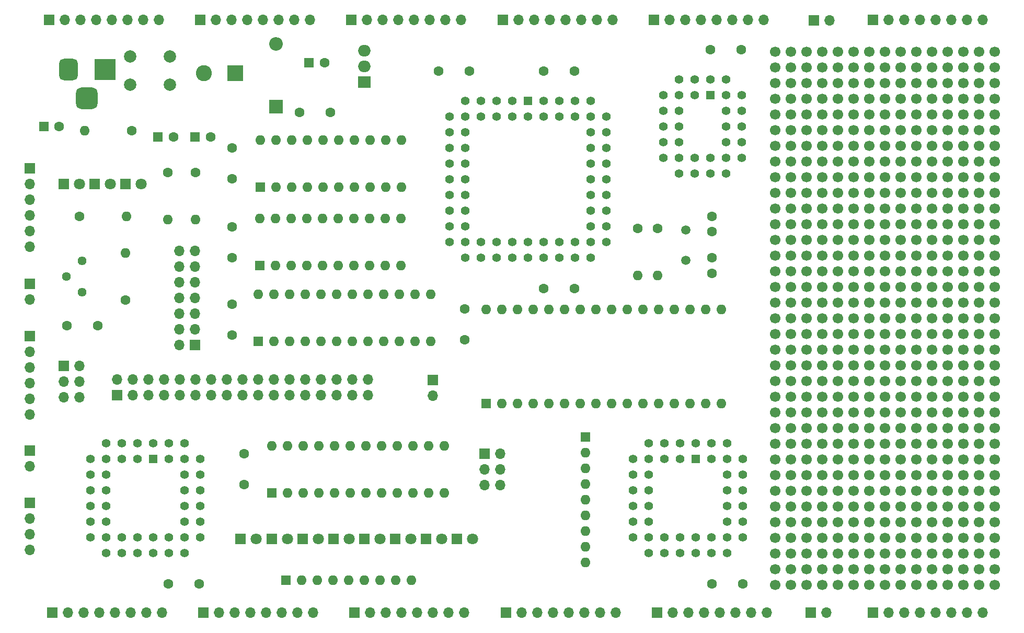
<source format=gbr>
%TF.GenerationSoftware,KiCad,Pcbnew,(6.0.11)*%
%TF.CreationDate,2023-10-14T12:13:18-04:00*%
%TF.ProjectId,SAB80535-Dev-Board,53414238-3035-4333-952d-4465762d426f,rev?*%
%TF.SameCoordinates,Original*%
%TF.FileFunction,Soldermask,Bot*%
%TF.FilePolarity,Negative*%
%FSLAX46Y46*%
G04 Gerber Fmt 4.6, Leading zero omitted, Abs format (unit mm)*
G04 Created by KiCad (PCBNEW (6.0.11)) date 2023-10-14 12:13:18*
%MOMM*%
%LPD*%
G01*
G04 APERTURE LIST*
G04 Aperture macros list*
%AMRoundRect*
0 Rectangle with rounded corners*
0 $1 Rounding radius*
0 $2 $3 $4 $5 $6 $7 $8 $9 X,Y pos of 4 corners*
0 Add a 4 corners polygon primitive as box body*
4,1,4,$2,$3,$4,$5,$6,$7,$8,$9,$2,$3,0*
0 Add four circle primitives for the rounded corners*
1,1,$1+$1,$2,$3*
1,1,$1+$1,$4,$5*
1,1,$1+$1,$6,$7*
1,1,$1+$1,$8,$9*
0 Add four rect primitives between the rounded corners*
20,1,$1+$1,$2,$3,$4,$5,0*
20,1,$1+$1,$4,$5,$6,$7,0*
20,1,$1+$1,$6,$7,$8,$9,0*
20,1,$1+$1,$8,$9,$2,$3,0*%
G04 Aperture macros list end*
%ADD10C,1.600000*%
%ADD11R,1.700000X1.700000*%
%ADD12O,1.700000X1.700000*%
%ADD13R,1.422400X1.422400*%
%ADD14C,1.422400*%
%ADD15R,1.800000X1.800000*%
%ADD16C,1.800000*%
%ADD17R,1.600000X1.600000*%
%ADD18O,1.600000X1.600000*%
%ADD19C,1.700000*%
%ADD20R,2.000000X1.905000*%
%ADD21O,2.000000X1.905000*%
%ADD22R,3.500000X3.500000*%
%ADD23RoundRect,0.750000X-0.750000X-1.000000X0.750000X-1.000000X0.750000X1.000000X-0.750000X1.000000X0*%
%ADD24RoundRect,0.875000X-0.875000X-0.875000X0.875000X-0.875000X0.875000X0.875000X-0.875000X0.875000X0*%
%ADD25C,2.000000*%
%ADD26C,1.440000*%
%ADD27C,1.500000*%
%ADD28R,2.200000X2.200000*%
%ADD29O,2.200000X2.200000*%
%ADD30R,2.600000X2.600000*%
%ADD31C,2.600000*%
G04 APERTURE END LIST*
D10*
%TO.C,C3*%
X162500000Y-90500000D03*
X162500000Y-93000000D03*
%TD*%
D11*
%TO.C,J16*%
X52000000Y-75960000D03*
D12*
X52000000Y-78500000D03*
X52000000Y-81040000D03*
X52000000Y-83580000D03*
X52000000Y-86120000D03*
X52000000Y-88660000D03*
%TD*%
D13*
%TO.C,U11*%
X72000000Y-123045000D03*
D14*
X69460000Y-120505000D03*
X69460000Y-123045000D03*
X66920000Y-120505000D03*
X66920000Y-123045000D03*
X64380000Y-120505000D03*
X61840000Y-123045000D03*
X64380000Y-123045000D03*
X61840000Y-125585000D03*
X64380000Y-125585000D03*
X61840000Y-128125000D03*
X64380000Y-128125000D03*
X61840000Y-130665000D03*
X64380000Y-130665000D03*
X61840000Y-133205000D03*
X64380000Y-133205000D03*
X61840000Y-135745000D03*
X64380000Y-138285000D03*
X64380000Y-135745000D03*
X66920000Y-138285000D03*
X66920000Y-135745000D03*
X69460000Y-138285000D03*
X69460000Y-135745000D03*
X72000000Y-138285000D03*
X72000000Y-135745000D03*
X74540000Y-138285000D03*
X74540000Y-135745000D03*
X77080000Y-138285000D03*
X79620000Y-135745000D03*
X77080000Y-135745000D03*
X79620000Y-133205000D03*
X77080000Y-133205000D03*
X79620000Y-130665000D03*
X77080000Y-130665000D03*
X79620000Y-128125000D03*
X77080000Y-128125000D03*
X79620000Y-125585000D03*
X77080000Y-125585000D03*
X79620000Y-123045000D03*
X77080000Y-120505000D03*
X77080000Y-123045000D03*
X74540000Y-120505000D03*
X74540000Y-123045000D03*
X72000000Y-120505000D03*
%TD*%
D10*
%TO.C,C17*%
X86725000Y-122250000D03*
X86725000Y-127250000D03*
%TD*%
D15*
%TO.C,D2*%
X62560000Y-78500000D03*
D16*
X65100000Y-78500000D03*
%TD*%
D11*
%TO.C,J23*%
X153625000Y-147975000D03*
D12*
X156165000Y-147975000D03*
X158705000Y-147975000D03*
X161245000Y-147975000D03*
X163785000Y-147975000D03*
X166325000Y-147975000D03*
X168865000Y-147975000D03*
X171405000Y-147975000D03*
%TD*%
D17*
%TO.C,RN2*%
X93550000Y-142750000D03*
D18*
X96090000Y-142750000D03*
X98630000Y-142750000D03*
X101170000Y-142750000D03*
X103710000Y-142750000D03*
X106250000Y-142750000D03*
X108790000Y-142750000D03*
X111330000Y-142750000D03*
X113870000Y-142750000D03*
%TD*%
D19*
%TO.C,J32*%
X185420000Y-107950000D03*
X187960000Y-107950000D03*
X190500000Y-107950000D03*
X193040000Y-107950000D03*
X195580000Y-107950000D03*
X185420000Y-110490000D03*
X187960000Y-110490000D03*
X190500000Y-110490000D03*
X193040000Y-110490000D03*
X195580000Y-110490000D03*
X185420000Y-113030000D03*
X187960000Y-113030000D03*
X190500000Y-113030000D03*
X193040000Y-113030000D03*
X195580000Y-113030000D03*
X185420000Y-115570000D03*
X187960000Y-115570000D03*
X190500000Y-115570000D03*
X193040000Y-115570000D03*
X195580000Y-115570000D03*
X185420000Y-118110000D03*
X187960000Y-118110000D03*
X190500000Y-118110000D03*
X193040000Y-118110000D03*
X195580000Y-118110000D03*
%TD*%
D10*
%TO.C,R3*%
X67500000Y-97310000D03*
D18*
X67500000Y-89690000D03*
%TD*%
D15*
%TO.C,D3*%
X67560000Y-78500000D03*
D16*
X70100000Y-78500000D03*
%TD*%
D19*
%TO.C,J31*%
X172720000Y-133350000D03*
X175260000Y-133350000D03*
X177800000Y-133350000D03*
X180340000Y-133350000D03*
X182880000Y-133350000D03*
X172720000Y-135890000D03*
X175260000Y-135890000D03*
X177800000Y-135890000D03*
X180340000Y-135890000D03*
X182880000Y-135890000D03*
X172720000Y-138430000D03*
X175260000Y-138430000D03*
X177800000Y-138430000D03*
X180340000Y-138430000D03*
X182880000Y-138430000D03*
X172720000Y-140970000D03*
X175260000Y-140970000D03*
X177800000Y-140970000D03*
X180340000Y-140970000D03*
X182880000Y-140970000D03*
X172720000Y-143510000D03*
X175260000Y-143510000D03*
X177800000Y-143510000D03*
X180340000Y-143510000D03*
X182880000Y-143510000D03*
%TD*%
D10*
%TO.C,R7*%
X74350000Y-76690000D03*
D18*
X74350000Y-84310000D03*
%TD*%
D15*
%TO.C,D11*%
X91225000Y-136000000D03*
D16*
X93765000Y-136000000D03*
%TD*%
D19*
%TO.C,J39*%
X198120000Y-120650000D03*
X200660000Y-120650000D03*
X203200000Y-120650000D03*
X205740000Y-120650000D03*
X208280000Y-120650000D03*
X198120000Y-123190000D03*
X200660000Y-123190000D03*
X203200000Y-123190000D03*
X205740000Y-123190000D03*
X208280000Y-123190000D03*
X198120000Y-125730000D03*
X200660000Y-125730000D03*
X203200000Y-125730000D03*
X205740000Y-125730000D03*
X208280000Y-125730000D03*
X198120000Y-128270000D03*
X200660000Y-128270000D03*
X203200000Y-128270000D03*
X205740000Y-128270000D03*
X208280000Y-128270000D03*
X198120000Y-130810000D03*
X200660000Y-130810000D03*
X203200000Y-130810000D03*
X205740000Y-130810000D03*
X208280000Y-130810000D03*
%TD*%
%TO.C,J38*%
X198120000Y-107950000D03*
X200660000Y-107950000D03*
X203200000Y-107950000D03*
X205740000Y-107950000D03*
X208280000Y-107950000D03*
X198120000Y-110490000D03*
X200660000Y-110490000D03*
X203200000Y-110490000D03*
X205740000Y-110490000D03*
X208280000Y-110490000D03*
X198120000Y-113030000D03*
X200660000Y-113030000D03*
X203200000Y-113030000D03*
X205740000Y-113030000D03*
X208280000Y-113030000D03*
X198120000Y-115570000D03*
X200660000Y-115570000D03*
X203200000Y-115570000D03*
X205740000Y-115570000D03*
X208280000Y-115570000D03*
X198120000Y-118110000D03*
X200660000Y-118110000D03*
X203200000Y-118110000D03*
X205740000Y-118110000D03*
X208280000Y-118110000D03*
%TD*%
D10*
%TO.C,C12*%
X135250000Y-95500000D03*
X140250000Y-95500000D03*
%TD*%
%TO.C,R6*%
X60040000Y-83750000D03*
D18*
X67660000Y-83750000D03*
%TD*%
D15*
%TO.C,D10*%
X96225000Y-136000000D03*
D16*
X98765000Y-136000000D03*
%TD*%
D17*
%TO.C,U7*%
X89325000Y-79030000D03*
D18*
X91865000Y-79030000D03*
X94405000Y-79030000D03*
X96945000Y-79030000D03*
X99485000Y-79030000D03*
X102025000Y-79030000D03*
X104565000Y-79030000D03*
X107105000Y-79030000D03*
X109645000Y-79030000D03*
X112185000Y-79030000D03*
X112185000Y-71410000D03*
X109645000Y-71410000D03*
X107105000Y-71410000D03*
X104565000Y-71410000D03*
X102025000Y-71410000D03*
X99485000Y-71410000D03*
X96945000Y-71410000D03*
X94405000Y-71410000D03*
X91865000Y-71410000D03*
X89325000Y-71410000D03*
%TD*%
D11*
%TO.C,J12*%
X129125000Y-147975000D03*
D12*
X131665000Y-147975000D03*
X134205000Y-147975000D03*
X136745000Y-147975000D03*
X139285000Y-147975000D03*
X141825000Y-147975000D03*
X144365000Y-147975000D03*
X146905000Y-147975000D03*
%TD*%
D10*
%TO.C,R8*%
X78850000Y-76690000D03*
D18*
X78850000Y-84310000D03*
%TD*%
D20*
%TO.C,U4*%
X106250000Y-62000000D03*
D21*
X106250000Y-59460000D03*
X106250000Y-56920000D03*
%TD*%
D10*
%TO.C,C13*%
X162250000Y-56750000D03*
X167250000Y-56750000D03*
%TD*%
D17*
%TO.C,U1*%
X89250000Y-91750000D03*
D18*
X91790000Y-91750000D03*
X94330000Y-91750000D03*
X96870000Y-91750000D03*
X99410000Y-91750000D03*
X101950000Y-91750000D03*
X104490000Y-91750000D03*
X107030000Y-91750000D03*
X109570000Y-91750000D03*
X112110000Y-91750000D03*
X112110000Y-84130000D03*
X109570000Y-84130000D03*
X107030000Y-84130000D03*
X104490000Y-84130000D03*
X101950000Y-84130000D03*
X99410000Y-84130000D03*
X96870000Y-84130000D03*
X94330000Y-84130000D03*
X91790000Y-84130000D03*
X89250000Y-84130000D03*
%TD*%
D19*
%TO.C,J27*%
X185420000Y-95250000D03*
X187960000Y-95250000D03*
X190500000Y-95250000D03*
X193040000Y-95250000D03*
X195580000Y-95250000D03*
X185420000Y-97790000D03*
X187960000Y-97790000D03*
X190500000Y-97790000D03*
X193040000Y-97790000D03*
X195580000Y-97790000D03*
X185420000Y-100330000D03*
X187960000Y-100330000D03*
X190500000Y-100330000D03*
X193040000Y-100330000D03*
X195580000Y-100330000D03*
X185420000Y-102870000D03*
X187960000Y-102870000D03*
X190500000Y-102870000D03*
X193040000Y-102870000D03*
X195580000Y-102870000D03*
X185420000Y-105410000D03*
X187960000Y-105410000D03*
X190500000Y-105410000D03*
X193040000Y-105410000D03*
X195580000Y-105410000D03*
%TD*%
D15*
%TO.C,D9*%
X101225000Y-136000000D03*
D16*
X103765000Y-136000000D03*
%TD*%
D19*
%TO.C,J37*%
X172720000Y-82550000D03*
X175260000Y-82550000D03*
X177800000Y-82550000D03*
X180340000Y-82550000D03*
X182880000Y-82550000D03*
X172720000Y-85090000D03*
X175260000Y-85090000D03*
X177800000Y-85090000D03*
X180340000Y-85090000D03*
X182880000Y-85090000D03*
X172720000Y-87630000D03*
X175260000Y-87630000D03*
X177800000Y-87630000D03*
X180340000Y-87630000D03*
X182880000Y-87630000D03*
X172720000Y-90170000D03*
X175260000Y-90170000D03*
X177800000Y-90170000D03*
X180340000Y-90170000D03*
X182880000Y-90170000D03*
X172720000Y-92710000D03*
X175260000Y-92710000D03*
X177800000Y-92710000D03*
X180340000Y-92710000D03*
X182880000Y-92710000D03*
%TD*%
D15*
%TO.C,D7*%
X111220000Y-136000000D03*
D16*
X113760000Y-136000000D03*
%TD*%
D19*
%TO.C,J33*%
X172720000Y-69850000D03*
X175260000Y-69850000D03*
X177800000Y-69850000D03*
X180340000Y-69850000D03*
X182880000Y-69850000D03*
X172720000Y-72390000D03*
X175260000Y-72390000D03*
X177800000Y-72390000D03*
X180340000Y-72390000D03*
X182880000Y-72390000D03*
X172720000Y-74930000D03*
X175260000Y-74930000D03*
X177800000Y-74930000D03*
X180340000Y-74930000D03*
X182880000Y-74930000D03*
X172720000Y-77470000D03*
X175260000Y-77470000D03*
X177800000Y-77470000D03*
X180340000Y-77470000D03*
X182880000Y-77470000D03*
X172720000Y-80010000D03*
X175260000Y-80010000D03*
X177800000Y-80010000D03*
X180340000Y-80010000D03*
X182880000Y-80010000D03*
%TD*%
%TO.C,J26*%
X172720000Y-57150000D03*
X175260000Y-57150000D03*
X177800000Y-57150000D03*
X180340000Y-57150000D03*
X182880000Y-57150000D03*
X172720000Y-59690000D03*
X175260000Y-59690000D03*
X177800000Y-59690000D03*
X180340000Y-59690000D03*
X182880000Y-59690000D03*
X172720000Y-62230000D03*
X175260000Y-62230000D03*
X177800000Y-62230000D03*
X180340000Y-62230000D03*
X182880000Y-62230000D03*
X172720000Y-64770000D03*
X175260000Y-64770000D03*
X177800000Y-64770000D03*
X180340000Y-64770000D03*
X182880000Y-64770000D03*
X172720000Y-67310000D03*
X175260000Y-67310000D03*
X177800000Y-67310000D03*
X180340000Y-67310000D03*
X182880000Y-67310000D03*
%TD*%
D11*
%TO.C,J22*%
X104125000Y-51975000D03*
D12*
X106665000Y-51975000D03*
X109205000Y-51975000D03*
X111745000Y-51975000D03*
X114285000Y-51975000D03*
X116825000Y-51975000D03*
X119365000Y-51975000D03*
X121905000Y-51975000D03*
%TD*%
D10*
%TO.C,R2*%
X150500000Y-85750000D03*
D18*
X150500000Y-93370000D03*
%TD*%
D11*
%TO.C,J17*%
X52000000Y-103150000D03*
D12*
X52000000Y-105690000D03*
X52000000Y-108230000D03*
X52000000Y-110770000D03*
X52000000Y-113310000D03*
X52000000Y-115850000D03*
%TD*%
D11*
%TO.C,J18*%
X179000000Y-52000000D03*
D12*
X181540000Y-52000000D03*
%TD*%
D11*
%TO.C,J11*%
X104625000Y-147975000D03*
D12*
X107165000Y-147975000D03*
X109705000Y-147975000D03*
X112245000Y-147975000D03*
X114785000Y-147975000D03*
X117325000Y-147975000D03*
X119865000Y-147975000D03*
X122405000Y-147975000D03*
%TD*%
D17*
%TO.C,RN3*%
X142000000Y-119500000D03*
D18*
X142000000Y-122040000D03*
X142000000Y-124580000D03*
X142000000Y-127120000D03*
X142000000Y-129660000D03*
X142000000Y-132200000D03*
X142000000Y-134740000D03*
X142000000Y-137280000D03*
X142000000Y-139820000D03*
%TD*%
D11*
%TO.C,J21*%
X55125000Y-51975000D03*
D12*
X57665000Y-51975000D03*
X60205000Y-51975000D03*
X62745000Y-51975000D03*
X65285000Y-51975000D03*
X67825000Y-51975000D03*
X70365000Y-51975000D03*
X72905000Y-51975000D03*
%TD*%
D19*
%TO.C,J28*%
X185420000Y-57150000D03*
X187960000Y-57150000D03*
X190500000Y-57150000D03*
X193040000Y-57150000D03*
X195580000Y-57150000D03*
X185420000Y-59690000D03*
X187960000Y-59690000D03*
X190500000Y-59690000D03*
X193040000Y-59690000D03*
X195580000Y-59690000D03*
X185420000Y-62230000D03*
X187960000Y-62230000D03*
X190500000Y-62230000D03*
X193040000Y-62230000D03*
X195580000Y-62230000D03*
X185420000Y-64770000D03*
X187960000Y-64770000D03*
X190500000Y-64770000D03*
X193040000Y-64770000D03*
X195580000Y-64770000D03*
X185420000Y-67310000D03*
X187960000Y-67310000D03*
X190500000Y-67310000D03*
X193040000Y-67310000D03*
X195580000Y-67310000D03*
%TD*%
D11*
%TO.C,J4*%
X78775000Y-104625000D03*
D12*
X76235000Y-104625000D03*
X78775000Y-102085000D03*
X76235000Y-102085000D03*
X78775000Y-99545000D03*
X76235000Y-99545000D03*
X78775000Y-97005000D03*
X76235000Y-97005000D03*
X78775000Y-94465000D03*
X76235000Y-94465000D03*
X78775000Y-91925000D03*
X76235000Y-91925000D03*
X78775000Y-89385000D03*
X76235000Y-89385000D03*
%TD*%
D10*
%TO.C,C2*%
X95750000Y-66920000D03*
X100750000Y-66920000D03*
%TD*%
D22*
%TO.C,J1*%
X64250000Y-59962500D03*
D23*
X58250000Y-59962500D03*
D24*
X61250000Y-64662500D03*
%TD*%
D10*
%TO.C,C16*%
X79500000Y-143295000D03*
X74500000Y-143295000D03*
%TD*%
D25*
%TO.C,SW1*%
X74750000Y-62420000D03*
X68250000Y-62420000D03*
X74750000Y-57920000D03*
X68250000Y-57920000D03*
%TD*%
D19*
%TO.C,J41*%
X198120000Y-133350000D03*
X200660000Y-133350000D03*
X203200000Y-133350000D03*
X205740000Y-133350000D03*
X208280000Y-133350000D03*
X198120000Y-135890000D03*
X200660000Y-135890000D03*
X203200000Y-135890000D03*
X205740000Y-135890000D03*
X208280000Y-135890000D03*
X198120000Y-138430000D03*
X200660000Y-138430000D03*
X203200000Y-138430000D03*
X205740000Y-138430000D03*
X208280000Y-138430000D03*
X198120000Y-140970000D03*
X200660000Y-140970000D03*
X203200000Y-140970000D03*
X205740000Y-140970000D03*
X208280000Y-140970000D03*
X198120000Y-143510000D03*
X200660000Y-143510000D03*
X203200000Y-143510000D03*
X205740000Y-143510000D03*
X208280000Y-143510000D03*
%TD*%
%TO.C,J25*%
X198120000Y-69850000D03*
X200660000Y-69850000D03*
X203200000Y-69850000D03*
X205740000Y-69850000D03*
X208280000Y-69850000D03*
X198120000Y-72390000D03*
X200660000Y-72390000D03*
X203200000Y-72390000D03*
X205740000Y-72390000D03*
X208280000Y-72390000D03*
X198120000Y-74930000D03*
X200660000Y-74930000D03*
X203200000Y-74930000D03*
X205740000Y-74930000D03*
X208280000Y-74930000D03*
X198120000Y-77470000D03*
X200660000Y-77470000D03*
X203200000Y-77470000D03*
X205740000Y-77470000D03*
X208280000Y-77470000D03*
X198120000Y-80010000D03*
X200660000Y-80010000D03*
X203200000Y-80010000D03*
X205740000Y-80010000D03*
X208280000Y-80010000D03*
%TD*%
D10*
%TO.C,C11*%
X167500000Y-143295000D03*
X162500000Y-143295000D03*
%TD*%
D11*
%TO.C,J9*%
X55625000Y-147975000D03*
D12*
X58165000Y-147975000D03*
X60705000Y-147975000D03*
X63245000Y-147975000D03*
X65785000Y-147975000D03*
X68325000Y-147975000D03*
X70865000Y-147975000D03*
X73405000Y-147975000D03*
%TD*%
D13*
%TO.C,U5*%
X132750000Y-65110000D03*
D14*
X132750000Y-67650000D03*
X130210000Y-65110000D03*
X130210000Y-67650000D03*
X127670000Y-65110000D03*
X127670000Y-67650000D03*
X125130000Y-65110000D03*
X125130000Y-67650000D03*
X122590000Y-65110000D03*
X120050000Y-67650000D03*
X122590000Y-67650000D03*
X120050000Y-70190000D03*
X122590000Y-70190000D03*
X120050000Y-72730000D03*
X122590000Y-72730000D03*
X120050000Y-75270000D03*
X122590000Y-75270000D03*
X120050000Y-77810000D03*
X122590000Y-77810000D03*
X120050000Y-80350000D03*
X122590000Y-80350000D03*
X120050000Y-82890000D03*
X122590000Y-82890000D03*
X120050000Y-85430000D03*
X122590000Y-85430000D03*
X120050000Y-87970000D03*
X122590000Y-90510000D03*
X122590000Y-87970000D03*
X125130000Y-90510000D03*
X125130000Y-87970000D03*
X127670000Y-90510000D03*
X127670000Y-87970000D03*
X130210000Y-90510000D03*
X130210000Y-87970000D03*
X132750000Y-90510000D03*
X132750000Y-87970000D03*
X135290000Y-90510000D03*
X135290000Y-87970000D03*
X137830000Y-90510000D03*
X137830000Y-87970000D03*
X140370000Y-90510000D03*
X140370000Y-87970000D03*
X142910000Y-90510000D03*
X145450000Y-87970000D03*
X142910000Y-87970000D03*
X145450000Y-85430000D03*
X142910000Y-85430000D03*
X145450000Y-82890000D03*
X142910000Y-82890000D03*
X145450000Y-80350000D03*
X142910000Y-80350000D03*
X145450000Y-77810000D03*
X142910000Y-77810000D03*
X145450000Y-75270000D03*
X142910000Y-75270000D03*
X145450000Y-72730000D03*
X142910000Y-72730000D03*
X145450000Y-70190000D03*
X142910000Y-70190000D03*
X145450000Y-67650000D03*
X142910000Y-65110000D03*
X142910000Y-67650000D03*
X140370000Y-65110000D03*
X140370000Y-67650000D03*
X137830000Y-65110000D03*
X137830000Y-67650000D03*
X135290000Y-65110000D03*
X135290000Y-67650000D03*
%TD*%
D26*
%TO.C,RV1*%
X60500000Y-91000000D03*
X57960000Y-93540000D03*
X60500000Y-96080000D03*
%TD*%
D11*
%TO.C,J19*%
X178500000Y-147975000D03*
D12*
X181040000Y-147975000D03*
%TD*%
D19*
%TO.C,J34*%
X172720000Y-107950000D03*
X175260000Y-107950000D03*
X177800000Y-107950000D03*
X180340000Y-107950000D03*
X182880000Y-107950000D03*
X172720000Y-110490000D03*
X175260000Y-110490000D03*
X177800000Y-110490000D03*
X180340000Y-110490000D03*
X182880000Y-110490000D03*
X172720000Y-113030000D03*
X175260000Y-113030000D03*
X177800000Y-113030000D03*
X180340000Y-113030000D03*
X182880000Y-113030000D03*
X172720000Y-115570000D03*
X175260000Y-115570000D03*
X177800000Y-115570000D03*
X180340000Y-115570000D03*
X182880000Y-115570000D03*
X172720000Y-118110000D03*
X175260000Y-118110000D03*
X177800000Y-118110000D03*
X180340000Y-118110000D03*
X182880000Y-118110000D03*
%TD*%
D15*
%TO.C,D12*%
X86180000Y-136000000D03*
D16*
X88720000Y-136000000D03*
%TD*%
D17*
%TO.C,C7*%
X72794900Y-70920000D03*
D10*
X75294900Y-70920000D03*
%TD*%
%TO.C,C8*%
X58000000Y-101500000D03*
X63000000Y-101500000D03*
%TD*%
D13*
%TO.C,U9*%
X162250000Y-64170000D03*
D14*
X159710000Y-61630000D03*
X159710000Y-64170000D03*
X157170000Y-61630000D03*
X154630000Y-64170000D03*
X157170000Y-64170000D03*
X154630000Y-66710000D03*
X157170000Y-66710000D03*
X154630000Y-69250000D03*
X157170000Y-69250000D03*
X154630000Y-71790000D03*
X157170000Y-71790000D03*
X154630000Y-74330000D03*
X157170000Y-76870000D03*
X157170000Y-74330000D03*
X159710000Y-76870000D03*
X159710000Y-74330000D03*
X162250000Y-76870000D03*
X162250000Y-74330000D03*
X164790000Y-76870000D03*
X167330000Y-74330000D03*
X164790000Y-74330000D03*
X167330000Y-71790000D03*
X164790000Y-71790000D03*
X167330000Y-69250000D03*
X164790000Y-69250000D03*
X167330000Y-66710000D03*
X164790000Y-66710000D03*
X167330000Y-64170000D03*
X164790000Y-61630000D03*
X164790000Y-64170000D03*
X162250000Y-61630000D03*
%TD*%
D10*
%TO.C,C9*%
X84750000Y-98000000D03*
X84750000Y-103000000D03*
%TD*%
D19*
%TO.C,J42*%
X172720000Y-120650000D03*
X175260000Y-120650000D03*
X177800000Y-120650000D03*
X180340000Y-120650000D03*
X182880000Y-120650000D03*
X172720000Y-123190000D03*
X175260000Y-123190000D03*
X177800000Y-123190000D03*
X180340000Y-123190000D03*
X182880000Y-123190000D03*
X172720000Y-125730000D03*
X175260000Y-125730000D03*
X177800000Y-125730000D03*
X180340000Y-125730000D03*
X182880000Y-125730000D03*
X172720000Y-128270000D03*
X175260000Y-128270000D03*
X177800000Y-128270000D03*
X180340000Y-128270000D03*
X182880000Y-128270000D03*
X172720000Y-130810000D03*
X175260000Y-130810000D03*
X177800000Y-130810000D03*
X180340000Y-130810000D03*
X182880000Y-130810000D03*
%TD*%
D11*
%TO.C,J20*%
X125725000Y-122225000D03*
D12*
X128265000Y-122225000D03*
X125725000Y-124765000D03*
X128265000Y-124765000D03*
X125725000Y-127305000D03*
X128265000Y-127305000D03*
%TD*%
D19*
%TO.C,J36*%
X185420000Y-69850000D03*
X187960000Y-69850000D03*
X190500000Y-69850000D03*
X193040000Y-69850000D03*
X195580000Y-69850000D03*
X185420000Y-72390000D03*
X187960000Y-72390000D03*
X190500000Y-72390000D03*
X193040000Y-72390000D03*
X195580000Y-72390000D03*
X185420000Y-74930000D03*
X187960000Y-74930000D03*
X190500000Y-74930000D03*
X193040000Y-74930000D03*
X195580000Y-74930000D03*
X185420000Y-77470000D03*
X187960000Y-77470000D03*
X190500000Y-77470000D03*
X193040000Y-77470000D03*
X195580000Y-77470000D03*
X185420000Y-80010000D03*
X187960000Y-80010000D03*
X190500000Y-80010000D03*
X193040000Y-80010000D03*
X195580000Y-80010000D03*
%TD*%
%TO.C,J35*%
X185420000Y-82550000D03*
X187960000Y-82550000D03*
X190500000Y-82550000D03*
X193040000Y-82550000D03*
X195580000Y-82550000D03*
X185420000Y-85090000D03*
X187960000Y-85090000D03*
X190500000Y-85090000D03*
X193040000Y-85090000D03*
X195580000Y-85090000D03*
X185420000Y-87630000D03*
X187960000Y-87630000D03*
X190500000Y-87630000D03*
X193040000Y-87630000D03*
X195580000Y-87630000D03*
X185420000Y-90170000D03*
X187960000Y-90170000D03*
X190500000Y-90170000D03*
X193040000Y-90170000D03*
X195580000Y-90170000D03*
X185420000Y-92710000D03*
X187960000Y-92710000D03*
X190500000Y-92710000D03*
X193040000Y-92710000D03*
X195580000Y-92710000D03*
%TD*%
D15*
%TO.C,D6*%
X116225000Y-136000000D03*
D16*
X118765000Y-136000000D03*
%TD*%
D13*
%TO.C,U12*%
X159880000Y-123045000D03*
D14*
X157340000Y-120505000D03*
X157340000Y-123045000D03*
X154800000Y-120505000D03*
X154800000Y-123045000D03*
X152260000Y-120505000D03*
X149720000Y-123045000D03*
X152260000Y-123045000D03*
X149720000Y-125585000D03*
X152260000Y-125585000D03*
X149720000Y-128125000D03*
X152260000Y-128125000D03*
X149720000Y-130665000D03*
X152260000Y-130665000D03*
X149720000Y-133205000D03*
X152260000Y-133205000D03*
X149720000Y-135745000D03*
X152260000Y-138285000D03*
X152260000Y-135745000D03*
X154800000Y-138285000D03*
X154800000Y-135745000D03*
X157340000Y-138285000D03*
X157340000Y-135745000D03*
X159880000Y-138285000D03*
X159880000Y-135745000D03*
X162420000Y-138285000D03*
X162420000Y-135745000D03*
X164960000Y-138285000D03*
X167500000Y-135745000D03*
X164960000Y-135745000D03*
X167500000Y-133205000D03*
X164960000Y-133205000D03*
X167500000Y-130665000D03*
X164960000Y-130665000D03*
X167500000Y-128125000D03*
X164960000Y-128125000D03*
X167500000Y-125585000D03*
X164960000Y-125585000D03*
X167500000Y-123045000D03*
X164960000Y-120505000D03*
X164960000Y-123045000D03*
X162420000Y-120505000D03*
X162420000Y-123045000D03*
X159880000Y-120505000D03*
%TD*%
D11*
%TO.C,J7*%
X153125000Y-51975000D03*
D12*
X155665000Y-51975000D03*
X158205000Y-51975000D03*
X160745000Y-51975000D03*
X163285000Y-51975000D03*
X165825000Y-51975000D03*
X168365000Y-51975000D03*
X170905000Y-51975000D03*
%TD*%
D17*
%TO.C,U13*%
X89000000Y-104000000D03*
D18*
X91540000Y-104000000D03*
X94080000Y-104000000D03*
X96620000Y-104000000D03*
X99160000Y-104000000D03*
X101700000Y-104000000D03*
X104240000Y-104000000D03*
X106780000Y-104000000D03*
X109320000Y-104000000D03*
X111860000Y-104000000D03*
X114400000Y-104000000D03*
X116940000Y-104000000D03*
X116940000Y-96380000D03*
X114400000Y-96380000D03*
X111860000Y-96380000D03*
X109320000Y-96380000D03*
X106780000Y-96380000D03*
X104240000Y-96380000D03*
X101700000Y-96380000D03*
X99160000Y-96380000D03*
X96620000Y-96380000D03*
X94080000Y-96380000D03*
X91540000Y-96380000D03*
X89000000Y-96380000D03*
%TD*%
D10*
%TO.C,C19*%
X135250000Y-60250000D03*
X140250000Y-60250000D03*
%TD*%
D15*
%TO.C,D5*%
X121225000Y-136000000D03*
D16*
X123765000Y-136000000D03*
%TD*%
D17*
%TO.C,C4*%
X97250000Y-58920000D03*
D10*
X99750000Y-58920000D03*
%TD*%
D27*
%TO.C,Y1*%
X158250000Y-86000000D03*
X158250000Y-90880000D03*
%TD*%
D17*
%TO.C,U10*%
X125950000Y-114125000D03*
D18*
X128490000Y-114125000D03*
X131030000Y-114125000D03*
X133570000Y-114125000D03*
X136110000Y-114125000D03*
X138650000Y-114125000D03*
X141190000Y-114125000D03*
X143730000Y-114125000D03*
X146270000Y-114125000D03*
X148810000Y-114125000D03*
X151350000Y-114125000D03*
X153890000Y-114125000D03*
X156430000Y-114125000D03*
X158970000Y-114125000D03*
X161510000Y-114125000D03*
X164050000Y-114125000D03*
X164050000Y-98885000D03*
X161510000Y-98885000D03*
X158970000Y-98885000D03*
X156430000Y-98885000D03*
X153890000Y-98885000D03*
X151350000Y-98885000D03*
X148810000Y-98885000D03*
X146270000Y-98885000D03*
X143730000Y-98885000D03*
X141190000Y-98885000D03*
X138650000Y-98885000D03*
X136110000Y-98885000D03*
X133570000Y-98885000D03*
X131030000Y-98885000D03*
X128490000Y-98885000D03*
X125950000Y-98885000D03*
%TD*%
D11*
%TO.C,J6*%
X128625000Y-51975000D03*
D12*
X131165000Y-51975000D03*
X133705000Y-51975000D03*
X136245000Y-51975000D03*
X138785000Y-51975000D03*
X141325000Y-51975000D03*
X143865000Y-51975000D03*
X146405000Y-51975000D03*
%TD*%
D11*
%TO.C,J3*%
X79625000Y-51975000D03*
D12*
X82165000Y-51975000D03*
X84705000Y-51975000D03*
X87245000Y-51975000D03*
X89785000Y-51975000D03*
X92325000Y-51975000D03*
X94865000Y-51975000D03*
X97405000Y-51975000D03*
%TD*%
D11*
%TO.C,JP2*%
X52000000Y-121725000D03*
D12*
X52000000Y-124265000D03*
%TD*%
D10*
%TO.C,C1*%
X162500000Y-86250000D03*
X162500000Y-83750000D03*
%TD*%
D11*
%TO.C,J10*%
X80125000Y-147975000D03*
D12*
X82665000Y-147975000D03*
X85205000Y-147975000D03*
X87745000Y-147975000D03*
X90285000Y-147975000D03*
X92825000Y-147975000D03*
X95365000Y-147975000D03*
X97905000Y-147975000D03*
%TD*%
D19*
%TO.C,J43*%
X198120000Y-82550000D03*
X200660000Y-82550000D03*
X203200000Y-82550000D03*
X205740000Y-82550000D03*
X208280000Y-82550000D03*
X198120000Y-85090000D03*
X200660000Y-85090000D03*
X203200000Y-85090000D03*
X205740000Y-85090000D03*
X208280000Y-85090000D03*
X198120000Y-87630000D03*
X200660000Y-87630000D03*
X203200000Y-87630000D03*
X205740000Y-87630000D03*
X208280000Y-87630000D03*
X198120000Y-90170000D03*
X200660000Y-90170000D03*
X203200000Y-90170000D03*
X205740000Y-90170000D03*
X208280000Y-90170000D03*
X198120000Y-92710000D03*
X200660000Y-92710000D03*
X203200000Y-92710000D03*
X205740000Y-92710000D03*
X208280000Y-92710000D03*
%TD*%
D28*
%TO.C,D1*%
X91900000Y-66000000D03*
D29*
X91900000Y-55840000D03*
%TD*%
D10*
%TO.C,C18*%
X123250000Y-60250000D03*
X118250000Y-60250000D03*
%TD*%
D11*
%TO.C,J13*%
X188625000Y-147975000D03*
D12*
X191165000Y-147975000D03*
X193705000Y-147975000D03*
X196245000Y-147975000D03*
X198785000Y-147975000D03*
X201325000Y-147975000D03*
X203865000Y-147975000D03*
X206405000Y-147975000D03*
%TD*%
D19*
%TO.C,J30*%
X198120000Y-95250000D03*
X200660000Y-95250000D03*
X203200000Y-95250000D03*
X205740000Y-95250000D03*
X208280000Y-95250000D03*
X198120000Y-97790000D03*
X200660000Y-97790000D03*
X203200000Y-97790000D03*
X205740000Y-97790000D03*
X208280000Y-97790000D03*
X198120000Y-100330000D03*
X200660000Y-100330000D03*
X203200000Y-100330000D03*
X205740000Y-100330000D03*
X208280000Y-100330000D03*
X198120000Y-102870000D03*
X200660000Y-102870000D03*
X203200000Y-102870000D03*
X205740000Y-102870000D03*
X208280000Y-102870000D03*
X198120000Y-105410000D03*
X200660000Y-105410000D03*
X203200000Y-105410000D03*
X205740000Y-105410000D03*
X208280000Y-105410000D03*
%TD*%
D11*
%TO.C,J15*%
X52000000Y-130200000D03*
D12*
X52000000Y-132740000D03*
X52000000Y-135280000D03*
X52000000Y-137820000D03*
%TD*%
D11*
%TO.C,J46*%
X57500000Y-108000000D03*
D12*
X60040000Y-108000000D03*
X57500000Y-110540000D03*
X60040000Y-110540000D03*
X57500000Y-113080000D03*
X60040000Y-113080000D03*
%TD*%
D10*
%TO.C,C10*%
X84750000Y-72730000D03*
X84750000Y-77730000D03*
%TD*%
D15*
%TO.C,D8*%
X106220000Y-136000000D03*
D16*
X108760000Y-136000000D03*
%TD*%
D10*
%TO.C,C15*%
X122500000Y-98750000D03*
X122500000Y-103750000D03*
%TD*%
D17*
%TO.C,C6*%
X54294900Y-69250000D03*
D10*
X56794900Y-69250000D03*
%TD*%
%TO.C,C14*%
X84750000Y-85500000D03*
X84750000Y-90500000D03*
%TD*%
D11*
%TO.C,J14*%
X117275000Y-110250000D03*
D12*
X117275000Y-112790000D03*
%TD*%
D17*
%TO.C,U2*%
X91250000Y-128550000D03*
D18*
X93790000Y-128550000D03*
X96330000Y-128550000D03*
X98870000Y-128550000D03*
X101410000Y-128550000D03*
X103950000Y-128550000D03*
X106490000Y-128550000D03*
X109030000Y-128550000D03*
X111570000Y-128550000D03*
X114110000Y-128550000D03*
X116650000Y-128550000D03*
X119190000Y-128550000D03*
X119190000Y-120930000D03*
X116650000Y-120930000D03*
X114110000Y-120930000D03*
X111570000Y-120930000D03*
X109030000Y-120930000D03*
X106490000Y-120930000D03*
X103950000Y-120930000D03*
X101410000Y-120930000D03*
X98870000Y-120930000D03*
X96330000Y-120930000D03*
X93790000Y-120930000D03*
X91250000Y-120930000D03*
%TD*%
D19*
%TO.C,J44*%
X185420000Y-133350000D03*
X187960000Y-133350000D03*
X190500000Y-133350000D03*
X193040000Y-133350000D03*
X195580000Y-133350000D03*
X185420000Y-135890000D03*
X187960000Y-135890000D03*
X190500000Y-135890000D03*
X193040000Y-135890000D03*
X195580000Y-135890000D03*
X185420000Y-138430000D03*
X187960000Y-138430000D03*
X190500000Y-138430000D03*
X193040000Y-138430000D03*
X195580000Y-138430000D03*
X185420000Y-140970000D03*
X187960000Y-140970000D03*
X190500000Y-140970000D03*
X193040000Y-140970000D03*
X195580000Y-140970000D03*
X185420000Y-143510000D03*
X187960000Y-143510000D03*
X190500000Y-143510000D03*
X193040000Y-143510000D03*
X195580000Y-143510000D03*
%TD*%
D10*
%TO.C,R1*%
X153750000Y-85750000D03*
D18*
X153750000Y-93370000D03*
%TD*%
D11*
%TO.C,JP1*%
X52000000Y-94725000D03*
D12*
X52000000Y-97265000D03*
%TD*%
D17*
%TO.C,C5*%
X78794900Y-70920000D03*
D10*
X81294900Y-70920000D03*
%TD*%
D19*
%TO.C,J40*%
X198120000Y-57150000D03*
X200660000Y-57150000D03*
X203200000Y-57150000D03*
X205740000Y-57150000D03*
X208280000Y-57150000D03*
X198120000Y-59690000D03*
X200660000Y-59690000D03*
X203200000Y-59690000D03*
X205740000Y-59690000D03*
X208280000Y-59690000D03*
X198120000Y-62230000D03*
X200660000Y-62230000D03*
X203200000Y-62230000D03*
X205740000Y-62230000D03*
X208280000Y-62230000D03*
X198120000Y-64770000D03*
X200660000Y-64770000D03*
X203200000Y-64770000D03*
X205740000Y-64770000D03*
X208280000Y-64770000D03*
X198120000Y-67310000D03*
X200660000Y-67310000D03*
X203200000Y-67310000D03*
X205740000Y-67310000D03*
X208280000Y-67310000D03*
%TD*%
D15*
%TO.C,D4*%
X57560000Y-78500000D03*
D16*
X60100000Y-78500000D03*
%TD*%
D30*
%TO.C,J2*%
X85295000Y-60615000D03*
D31*
X80215000Y-60615000D03*
%TD*%
D19*
%TO.C,J29*%
X172720000Y-95250000D03*
X175260000Y-95250000D03*
X177800000Y-95250000D03*
X180340000Y-95250000D03*
X182880000Y-95250000D03*
X172720000Y-97790000D03*
X175260000Y-97790000D03*
X177800000Y-97790000D03*
X180340000Y-97790000D03*
X182880000Y-97790000D03*
X172720000Y-100330000D03*
X175260000Y-100330000D03*
X177800000Y-100330000D03*
X180340000Y-100330000D03*
X182880000Y-100330000D03*
X172720000Y-102870000D03*
X175260000Y-102870000D03*
X177800000Y-102870000D03*
X180340000Y-102870000D03*
X182880000Y-102870000D03*
X172720000Y-105410000D03*
X175260000Y-105410000D03*
X177800000Y-105410000D03*
X180340000Y-105410000D03*
X182880000Y-105410000D03*
%TD*%
D11*
%TO.C,J8*%
X188625000Y-51975000D03*
D12*
X191165000Y-51975000D03*
X193705000Y-51975000D03*
X196245000Y-51975000D03*
X198785000Y-51975000D03*
X201325000Y-51975000D03*
X203865000Y-51975000D03*
X206405000Y-51975000D03*
%TD*%
D19*
%TO.C,J24*%
X185420000Y-120650000D03*
X187960000Y-120650000D03*
X190500000Y-120650000D03*
X193040000Y-120650000D03*
X195580000Y-120650000D03*
X185420000Y-123190000D03*
X187960000Y-123190000D03*
X190500000Y-123190000D03*
X193040000Y-123190000D03*
X195580000Y-123190000D03*
X185420000Y-125730000D03*
X187960000Y-125730000D03*
X190500000Y-125730000D03*
X193040000Y-125730000D03*
X195580000Y-125730000D03*
X185420000Y-128270000D03*
X187960000Y-128270000D03*
X190500000Y-128270000D03*
X193040000Y-128270000D03*
X195580000Y-128270000D03*
X185420000Y-130810000D03*
X187960000Y-130810000D03*
X190500000Y-130810000D03*
X193040000Y-130810000D03*
X195580000Y-130810000D03*
%TD*%
D10*
%TO.C,R4*%
X68500000Y-69920000D03*
D18*
X60880000Y-69920000D03*
%TD*%
D11*
%TO.C,J5*%
X66175000Y-112775000D03*
D12*
X66175000Y-110235000D03*
X68715000Y-112775000D03*
X68715000Y-110235000D03*
X71255000Y-112775000D03*
X71255000Y-110235000D03*
X73795000Y-112775000D03*
X73795000Y-110235000D03*
X76335000Y-112775000D03*
X76335000Y-110235000D03*
X78875000Y-112775000D03*
X78875000Y-110235000D03*
X81415000Y-112775000D03*
X81415000Y-110235000D03*
X83955000Y-112775000D03*
X83955000Y-110235000D03*
X86495000Y-112775000D03*
X86495000Y-110235000D03*
X89035000Y-112775000D03*
X89035000Y-110235000D03*
X91575000Y-112775000D03*
X91575000Y-110235000D03*
X94115000Y-112775000D03*
X94115000Y-110235000D03*
X96655000Y-112775000D03*
X96655000Y-110235000D03*
X99195000Y-112775000D03*
X99195000Y-110235000D03*
X101735000Y-112775000D03*
X101735000Y-110235000D03*
X104275000Y-112775000D03*
X104275000Y-110235000D03*
X106815000Y-112775000D03*
X106815000Y-110235000D03*
%TD*%
M02*

</source>
